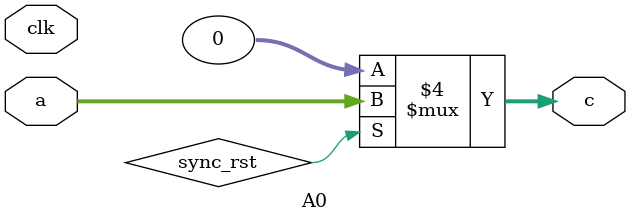
<source format=sv>

module B_top // "b_mod"
(
    input logic clk
);

// SystemC signals
logic signed [31:0] a;
logic signed [31:0] c;
logic signed [31:0] ya;
logic signed [31:0] yc;


//------------------------------------------------------------------------------

A x
(
  .clk(clk),
  .a(a),
  .c(c)
);

A0 y
(
  .clk(clk),
  .a(ya),
  .c(yc)
);

endmodule



//==============================================================================
//
// Module: A (test_seq_sc_meth.cpp:36:5)
//
module A // "b_mod.x"
(
    input logic clk,
    input logic signed [31:0] a,
    output logic signed [31:0] c
);

// SystemC signals
logic sync_rst;

//------------------------------------------------------------------------------
// Method process: dff (test_seq_sc_meth.cpp:17:6) 

always_comb 
begin : dff     // test_seq_sc_meth.cpp:17:6
    if (sync_rst == 0)
    begin
        c = 0;
    end else begin
        c = a;
    end
end

endmodule



//==============================================================================
//
// Module: A0 (test_seq_sc_meth.cpp:37:5)
//
module A0 // "b_mod.y"
(
    input logic clk,
    input logic signed [31:0] a,
    output logic signed [31:0] c
);

// SystemC signals
logic sync_rst;

//------------------------------------------------------------------------------
// Method process: dff (test_seq_sc_meth.cpp:17:6) 

always_comb 
begin : dff     // test_seq_sc_meth.cpp:17:6
    if (sync_rst == 0)
    begin
        c = 0;
    end else begin
        c = a;
    end
end

endmodule



</source>
